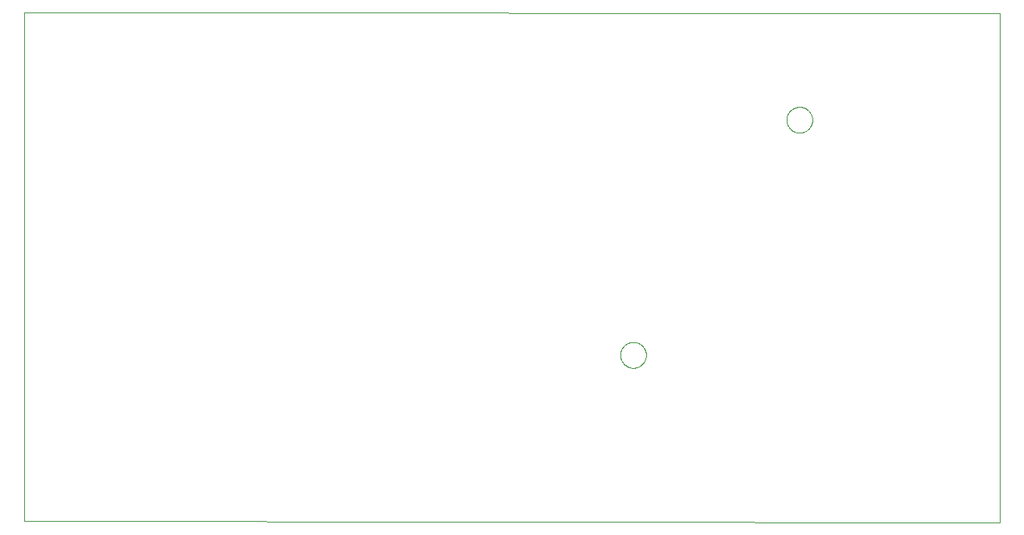
<source format=gko>
G75*
%MOIN*%
%OFA0B0*%
%FSLAX25Y25*%
%IPPOS*%
%LPD*%
%AMOC8*
5,1,8,0,0,1.08239X$1,22.5*
%
%ADD10C,0.00000*%
D10*
X0001000Y0001500D02*
X0001000Y0218961D01*
X0417701Y0218461D01*
X0417701Y0001000D01*
X0001000Y0001500D01*
X0255488Y0072500D02*
X0255490Y0072648D01*
X0255496Y0072796D01*
X0255506Y0072944D01*
X0255520Y0073091D01*
X0255538Y0073238D01*
X0255559Y0073384D01*
X0255585Y0073530D01*
X0255615Y0073675D01*
X0255648Y0073819D01*
X0255686Y0073962D01*
X0255727Y0074104D01*
X0255772Y0074245D01*
X0255820Y0074385D01*
X0255873Y0074524D01*
X0255929Y0074661D01*
X0255989Y0074796D01*
X0256052Y0074930D01*
X0256119Y0075062D01*
X0256190Y0075192D01*
X0256264Y0075320D01*
X0256341Y0075446D01*
X0256422Y0075570D01*
X0256506Y0075692D01*
X0256593Y0075811D01*
X0256684Y0075928D01*
X0256778Y0076043D01*
X0256874Y0076155D01*
X0256974Y0076265D01*
X0257076Y0076371D01*
X0257182Y0076475D01*
X0257290Y0076576D01*
X0257401Y0076674D01*
X0257514Y0076770D01*
X0257630Y0076862D01*
X0257748Y0076951D01*
X0257869Y0077036D01*
X0257992Y0077119D01*
X0258117Y0077198D01*
X0258244Y0077274D01*
X0258373Y0077346D01*
X0258504Y0077415D01*
X0258637Y0077480D01*
X0258772Y0077541D01*
X0258908Y0077599D01*
X0259045Y0077654D01*
X0259184Y0077704D01*
X0259325Y0077751D01*
X0259466Y0077794D01*
X0259609Y0077834D01*
X0259753Y0077869D01*
X0259897Y0077901D01*
X0260043Y0077928D01*
X0260189Y0077952D01*
X0260336Y0077972D01*
X0260483Y0077988D01*
X0260630Y0078000D01*
X0260778Y0078008D01*
X0260926Y0078012D01*
X0261074Y0078012D01*
X0261222Y0078008D01*
X0261370Y0078000D01*
X0261517Y0077988D01*
X0261664Y0077972D01*
X0261811Y0077952D01*
X0261957Y0077928D01*
X0262103Y0077901D01*
X0262247Y0077869D01*
X0262391Y0077834D01*
X0262534Y0077794D01*
X0262675Y0077751D01*
X0262816Y0077704D01*
X0262955Y0077654D01*
X0263092Y0077599D01*
X0263228Y0077541D01*
X0263363Y0077480D01*
X0263496Y0077415D01*
X0263627Y0077346D01*
X0263756Y0077274D01*
X0263883Y0077198D01*
X0264008Y0077119D01*
X0264131Y0077036D01*
X0264252Y0076951D01*
X0264370Y0076862D01*
X0264486Y0076770D01*
X0264599Y0076674D01*
X0264710Y0076576D01*
X0264818Y0076475D01*
X0264924Y0076371D01*
X0265026Y0076265D01*
X0265126Y0076155D01*
X0265222Y0076043D01*
X0265316Y0075928D01*
X0265407Y0075811D01*
X0265494Y0075692D01*
X0265578Y0075570D01*
X0265659Y0075446D01*
X0265736Y0075320D01*
X0265810Y0075192D01*
X0265881Y0075062D01*
X0265948Y0074930D01*
X0266011Y0074796D01*
X0266071Y0074661D01*
X0266127Y0074524D01*
X0266180Y0074385D01*
X0266228Y0074245D01*
X0266273Y0074104D01*
X0266314Y0073962D01*
X0266352Y0073819D01*
X0266385Y0073675D01*
X0266415Y0073530D01*
X0266441Y0073384D01*
X0266462Y0073238D01*
X0266480Y0073091D01*
X0266494Y0072944D01*
X0266504Y0072796D01*
X0266510Y0072648D01*
X0266512Y0072500D01*
X0266510Y0072352D01*
X0266504Y0072204D01*
X0266494Y0072056D01*
X0266480Y0071909D01*
X0266462Y0071762D01*
X0266441Y0071616D01*
X0266415Y0071470D01*
X0266385Y0071325D01*
X0266352Y0071181D01*
X0266314Y0071038D01*
X0266273Y0070896D01*
X0266228Y0070755D01*
X0266180Y0070615D01*
X0266127Y0070476D01*
X0266071Y0070339D01*
X0266011Y0070204D01*
X0265948Y0070070D01*
X0265881Y0069938D01*
X0265810Y0069808D01*
X0265736Y0069680D01*
X0265659Y0069554D01*
X0265578Y0069430D01*
X0265494Y0069308D01*
X0265407Y0069189D01*
X0265316Y0069072D01*
X0265222Y0068957D01*
X0265126Y0068845D01*
X0265026Y0068735D01*
X0264924Y0068629D01*
X0264818Y0068525D01*
X0264710Y0068424D01*
X0264599Y0068326D01*
X0264486Y0068230D01*
X0264370Y0068138D01*
X0264252Y0068049D01*
X0264131Y0067964D01*
X0264008Y0067881D01*
X0263883Y0067802D01*
X0263756Y0067726D01*
X0263627Y0067654D01*
X0263496Y0067585D01*
X0263363Y0067520D01*
X0263228Y0067459D01*
X0263092Y0067401D01*
X0262955Y0067346D01*
X0262816Y0067296D01*
X0262675Y0067249D01*
X0262534Y0067206D01*
X0262391Y0067166D01*
X0262247Y0067131D01*
X0262103Y0067099D01*
X0261957Y0067072D01*
X0261811Y0067048D01*
X0261664Y0067028D01*
X0261517Y0067012D01*
X0261370Y0067000D01*
X0261222Y0066992D01*
X0261074Y0066988D01*
X0260926Y0066988D01*
X0260778Y0066992D01*
X0260630Y0067000D01*
X0260483Y0067012D01*
X0260336Y0067028D01*
X0260189Y0067048D01*
X0260043Y0067072D01*
X0259897Y0067099D01*
X0259753Y0067131D01*
X0259609Y0067166D01*
X0259466Y0067206D01*
X0259325Y0067249D01*
X0259184Y0067296D01*
X0259045Y0067346D01*
X0258908Y0067401D01*
X0258772Y0067459D01*
X0258637Y0067520D01*
X0258504Y0067585D01*
X0258373Y0067654D01*
X0258244Y0067726D01*
X0258117Y0067802D01*
X0257992Y0067881D01*
X0257869Y0067964D01*
X0257748Y0068049D01*
X0257630Y0068138D01*
X0257514Y0068230D01*
X0257401Y0068326D01*
X0257290Y0068424D01*
X0257182Y0068525D01*
X0257076Y0068629D01*
X0256974Y0068735D01*
X0256874Y0068845D01*
X0256778Y0068957D01*
X0256684Y0069072D01*
X0256593Y0069189D01*
X0256506Y0069308D01*
X0256422Y0069430D01*
X0256341Y0069554D01*
X0256264Y0069680D01*
X0256190Y0069808D01*
X0256119Y0069938D01*
X0256052Y0070070D01*
X0255989Y0070204D01*
X0255929Y0070339D01*
X0255873Y0070476D01*
X0255820Y0070615D01*
X0255772Y0070755D01*
X0255727Y0070896D01*
X0255686Y0071038D01*
X0255648Y0071181D01*
X0255615Y0071325D01*
X0255585Y0071470D01*
X0255559Y0071616D01*
X0255538Y0071762D01*
X0255520Y0071909D01*
X0255506Y0072056D01*
X0255496Y0072204D01*
X0255490Y0072352D01*
X0255488Y0072500D01*
X0326488Y0173000D02*
X0326490Y0173148D01*
X0326496Y0173296D01*
X0326506Y0173444D01*
X0326520Y0173591D01*
X0326538Y0173738D01*
X0326559Y0173884D01*
X0326585Y0174030D01*
X0326615Y0174175D01*
X0326648Y0174319D01*
X0326686Y0174462D01*
X0326727Y0174604D01*
X0326772Y0174745D01*
X0326820Y0174885D01*
X0326873Y0175024D01*
X0326929Y0175161D01*
X0326989Y0175296D01*
X0327052Y0175430D01*
X0327119Y0175562D01*
X0327190Y0175692D01*
X0327264Y0175820D01*
X0327341Y0175946D01*
X0327422Y0176070D01*
X0327506Y0176192D01*
X0327593Y0176311D01*
X0327684Y0176428D01*
X0327778Y0176543D01*
X0327874Y0176655D01*
X0327974Y0176765D01*
X0328076Y0176871D01*
X0328182Y0176975D01*
X0328290Y0177076D01*
X0328401Y0177174D01*
X0328514Y0177270D01*
X0328630Y0177362D01*
X0328748Y0177451D01*
X0328869Y0177536D01*
X0328992Y0177619D01*
X0329117Y0177698D01*
X0329244Y0177774D01*
X0329373Y0177846D01*
X0329504Y0177915D01*
X0329637Y0177980D01*
X0329772Y0178041D01*
X0329908Y0178099D01*
X0330045Y0178154D01*
X0330184Y0178204D01*
X0330325Y0178251D01*
X0330466Y0178294D01*
X0330609Y0178334D01*
X0330753Y0178369D01*
X0330897Y0178401D01*
X0331043Y0178428D01*
X0331189Y0178452D01*
X0331336Y0178472D01*
X0331483Y0178488D01*
X0331630Y0178500D01*
X0331778Y0178508D01*
X0331926Y0178512D01*
X0332074Y0178512D01*
X0332222Y0178508D01*
X0332370Y0178500D01*
X0332517Y0178488D01*
X0332664Y0178472D01*
X0332811Y0178452D01*
X0332957Y0178428D01*
X0333103Y0178401D01*
X0333247Y0178369D01*
X0333391Y0178334D01*
X0333534Y0178294D01*
X0333675Y0178251D01*
X0333816Y0178204D01*
X0333955Y0178154D01*
X0334092Y0178099D01*
X0334228Y0178041D01*
X0334363Y0177980D01*
X0334496Y0177915D01*
X0334627Y0177846D01*
X0334756Y0177774D01*
X0334883Y0177698D01*
X0335008Y0177619D01*
X0335131Y0177536D01*
X0335252Y0177451D01*
X0335370Y0177362D01*
X0335486Y0177270D01*
X0335599Y0177174D01*
X0335710Y0177076D01*
X0335818Y0176975D01*
X0335924Y0176871D01*
X0336026Y0176765D01*
X0336126Y0176655D01*
X0336222Y0176543D01*
X0336316Y0176428D01*
X0336407Y0176311D01*
X0336494Y0176192D01*
X0336578Y0176070D01*
X0336659Y0175946D01*
X0336736Y0175820D01*
X0336810Y0175692D01*
X0336881Y0175562D01*
X0336948Y0175430D01*
X0337011Y0175296D01*
X0337071Y0175161D01*
X0337127Y0175024D01*
X0337180Y0174885D01*
X0337228Y0174745D01*
X0337273Y0174604D01*
X0337314Y0174462D01*
X0337352Y0174319D01*
X0337385Y0174175D01*
X0337415Y0174030D01*
X0337441Y0173884D01*
X0337462Y0173738D01*
X0337480Y0173591D01*
X0337494Y0173444D01*
X0337504Y0173296D01*
X0337510Y0173148D01*
X0337512Y0173000D01*
X0337510Y0172852D01*
X0337504Y0172704D01*
X0337494Y0172556D01*
X0337480Y0172409D01*
X0337462Y0172262D01*
X0337441Y0172116D01*
X0337415Y0171970D01*
X0337385Y0171825D01*
X0337352Y0171681D01*
X0337314Y0171538D01*
X0337273Y0171396D01*
X0337228Y0171255D01*
X0337180Y0171115D01*
X0337127Y0170976D01*
X0337071Y0170839D01*
X0337011Y0170704D01*
X0336948Y0170570D01*
X0336881Y0170438D01*
X0336810Y0170308D01*
X0336736Y0170180D01*
X0336659Y0170054D01*
X0336578Y0169930D01*
X0336494Y0169808D01*
X0336407Y0169689D01*
X0336316Y0169572D01*
X0336222Y0169457D01*
X0336126Y0169345D01*
X0336026Y0169235D01*
X0335924Y0169129D01*
X0335818Y0169025D01*
X0335710Y0168924D01*
X0335599Y0168826D01*
X0335486Y0168730D01*
X0335370Y0168638D01*
X0335252Y0168549D01*
X0335131Y0168464D01*
X0335008Y0168381D01*
X0334883Y0168302D01*
X0334756Y0168226D01*
X0334627Y0168154D01*
X0334496Y0168085D01*
X0334363Y0168020D01*
X0334228Y0167959D01*
X0334092Y0167901D01*
X0333955Y0167846D01*
X0333816Y0167796D01*
X0333675Y0167749D01*
X0333534Y0167706D01*
X0333391Y0167666D01*
X0333247Y0167631D01*
X0333103Y0167599D01*
X0332957Y0167572D01*
X0332811Y0167548D01*
X0332664Y0167528D01*
X0332517Y0167512D01*
X0332370Y0167500D01*
X0332222Y0167492D01*
X0332074Y0167488D01*
X0331926Y0167488D01*
X0331778Y0167492D01*
X0331630Y0167500D01*
X0331483Y0167512D01*
X0331336Y0167528D01*
X0331189Y0167548D01*
X0331043Y0167572D01*
X0330897Y0167599D01*
X0330753Y0167631D01*
X0330609Y0167666D01*
X0330466Y0167706D01*
X0330325Y0167749D01*
X0330184Y0167796D01*
X0330045Y0167846D01*
X0329908Y0167901D01*
X0329772Y0167959D01*
X0329637Y0168020D01*
X0329504Y0168085D01*
X0329373Y0168154D01*
X0329244Y0168226D01*
X0329117Y0168302D01*
X0328992Y0168381D01*
X0328869Y0168464D01*
X0328748Y0168549D01*
X0328630Y0168638D01*
X0328514Y0168730D01*
X0328401Y0168826D01*
X0328290Y0168924D01*
X0328182Y0169025D01*
X0328076Y0169129D01*
X0327974Y0169235D01*
X0327874Y0169345D01*
X0327778Y0169457D01*
X0327684Y0169572D01*
X0327593Y0169689D01*
X0327506Y0169808D01*
X0327422Y0169930D01*
X0327341Y0170054D01*
X0327264Y0170180D01*
X0327190Y0170308D01*
X0327119Y0170438D01*
X0327052Y0170570D01*
X0326989Y0170704D01*
X0326929Y0170839D01*
X0326873Y0170976D01*
X0326820Y0171115D01*
X0326772Y0171255D01*
X0326727Y0171396D01*
X0326686Y0171538D01*
X0326648Y0171681D01*
X0326615Y0171825D01*
X0326585Y0171970D01*
X0326559Y0172116D01*
X0326538Y0172262D01*
X0326520Y0172409D01*
X0326506Y0172556D01*
X0326496Y0172704D01*
X0326490Y0172852D01*
X0326488Y0173000D01*
M02*

</source>
